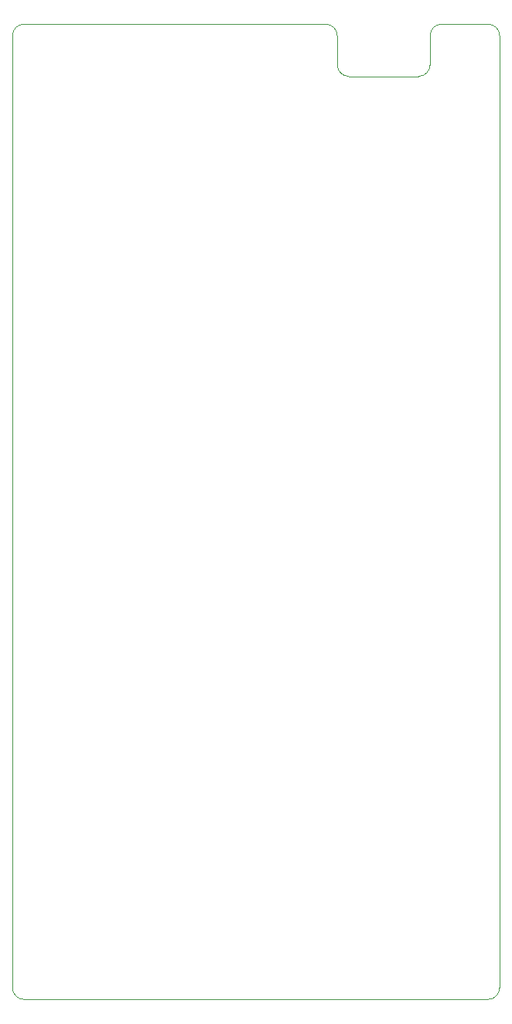
<source format=gm1>
G04 #@! TF.GenerationSoftware,KiCad,Pcbnew,(6.0.0)*
G04 #@! TF.CreationDate,2022-08-08T23:12:55+02:00*
G04 #@! TF.ProjectId,FG-VCO-(core2),46472d56-434f-42d2-9863-6f726532292e,rev?*
G04 #@! TF.SameCoordinates,Original*
G04 #@! TF.FileFunction,Profile,NP*
%FSLAX46Y46*%
G04 Gerber Fmt 4.6, Leading zero omitted, Abs format (unit mm)*
G04 Created by KiCad (PCBNEW (6.0.0)) date 2022-08-08 23:12:55*
%MOMM*%
%LPD*%
G01*
G04 APERTURE LIST*
G04 #@! TA.AperFunction,Profile*
%ADD10C,0.050000*%
G04 #@! TD*
G04 APERTURE END LIST*
D10*
X52070000Y0D02*
X46990000Y0D01*
X36830000Y-5715000D02*
X44450000Y-5715000D01*
X0Y-105410000D02*
X0Y-1270000D01*
X34290000Y0D02*
X1270000Y0D01*
X0Y-105410000D02*
G75*
G03*
X1270000Y-106680000I1269999J-1D01*
G01*
X52070000Y-106680000D02*
X1270000Y-106680000D01*
X35560000Y-1270000D02*
G75*
G03*
X34290000Y0I-1269999J1D01*
G01*
X35560000Y-4445000D02*
G75*
G03*
X36830000Y-5715000I1269999J-1D01*
G01*
X53340000Y-1270000D02*
X53340000Y-105410000D01*
X1270000Y0D02*
G75*
G03*
X0Y-1270000I-1J-1269999D01*
G01*
X46990000Y0D02*
G75*
G03*
X45720000Y-1270000I-1J-1269999D01*
G01*
X53340000Y-1270000D02*
G75*
G03*
X52070000Y0I-1269999J1D01*
G01*
X35560000Y-1270000D02*
X35560000Y-4445000D01*
X44450000Y-5715000D02*
G75*
G03*
X45720000Y-4445000I1J1269999D01*
G01*
X52070000Y-106680000D02*
G75*
G03*
X53340000Y-105410000I1J1269999D01*
G01*
X45720000Y-4445000D02*
X45720000Y-1270000D01*
M02*

</source>
